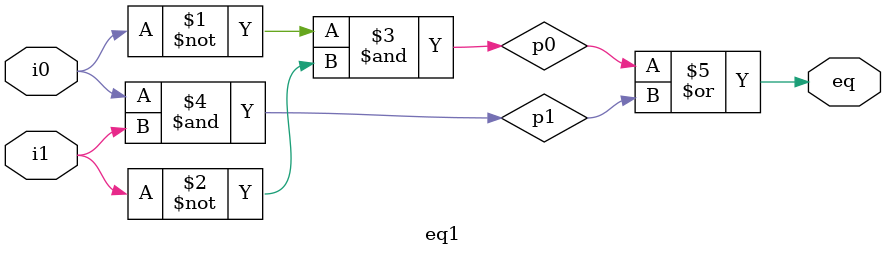
<source format=v>
module eq1
   // I/O ports
   (
    input wire i0, i1,
    output wire eq
   );

   // signal declaration
   wire p0, p1;

   // body
   // sum of two product terms
   
   // product terms
   assign p0 = ~i0 & ~i1;
   assign p1 = i0 & i1;
   assign eq = p0 | p1;

endmodule
</source>
